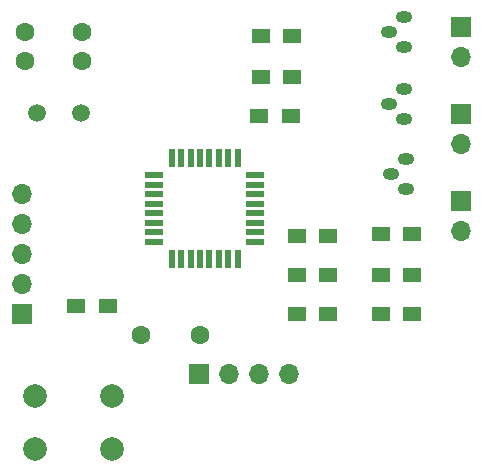
<source format=gbr>
G04 #@! TF.FileFunction,Soldermask,Bot*
%FSLAX46Y46*%
G04 Gerber Fmt 4.6, Leading zero omitted, Abs format (unit mm)*
G04 Created by KiCad (PCBNEW 4.0.7) date Fri Feb  9 23:36:38 2018*
%MOMM*%
%LPD*%
G01*
G04 APERTURE LIST*
%ADD10C,0.150000*%
%ADD11C,1.600000*%
%ADD12R,1.500000X1.300000*%
%ADD13R,1.700000X1.700000*%
%ADD14O,1.700000X1.700000*%
%ADD15O,1.400000X1.000000*%
%ADD16C,2.000000*%
%ADD17R,1.600000X0.550000*%
%ADD18R,0.550000X1.600000*%
%ADD19C,1.500000*%
G04 APERTURE END LIST*
D10*
D11*
X104521000Y-64262000D03*
X99521000Y-64262000D03*
X89662000Y-38608000D03*
X89662000Y-41108000D03*
X94488000Y-38608000D03*
X94488000Y-41108000D03*
D12*
X122508000Y-55753000D03*
X119808000Y-55753000D03*
X122508000Y-59182000D03*
X119808000Y-59182000D03*
X122508000Y-62484000D03*
X119808000Y-62484000D03*
D13*
X104394000Y-67564000D03*
D14*
X106934000Y-67564000D03*
X109474000Y-67564000D03*
X112014000Y-67564000D03*
D13*
X89408000Y-62484000D03*
D14*
X89408000Y-59944000D03*
X89408000Y-57404000D03*
X89408000Y-54864000D03*
X89408000Y-52324000D03*
D13*
X126619000Y-38227000D03*
D14*
X126619000Y-40767000D03*
D13*
X126619000Y-45593000D03*
D14*
X126619000Y-48133000D03*
D13*
X126619000Y-52959000D03*
D14*
X126619000Y-55499000D03*
D15*
X120523000Y-38608000D03*
X121793000Y-37338000D03*
X121793000Y-39878000D03*
X120523000Y-44704000D03*
X121793000Y-43434000D03*
X121793000Y-45974000D03*
X120650000Y-50673000D03*
X121920000Y-49403000D03*
X121920000Y-51943000D03*
D12*
X94027000Y-61849000D03*
X96727000Y-61849000D03*
X115396000Y-62484000D03*
X112696000Y-62484000D03*
X115396000Y-59182000D03*
X112696000Y-59182000D03*
X115396000Y-55880000D03*
X112696000Y-55880000D03*
X112348000Y-38989000D03*
X109648000Y-38989000D03*
X112348000Y-42418000D03*
X109648000Y-42418000D03*
X112221000Y-45720000D03*
X109521000Y-45720000D03*
D16*
X97028000Y-69414000D03*
X97028000Y-73914000D03*
X90528000Y-69414000D03*
X90528000Y-73914000D03*
D17*
X100663905Y-56357000D03*
X100663905Y-55557000D03*
X100663905Y-54757000D03*
X100663905Y-53957000D03*
X100663905Y-53157000D03*
X100663905Y-52357000D03*
X100663905Y-51557000D03*
X100663905Y-50757000D03*
D18*
X102113905Y-49307000D03*
X102913905Y-49307000D03*
X103713905Y-49307000D03*
X104513905Y-49307000D03*
X105313905Y-49307000D03*
X106113905Y-49307000D03*
X106913905Y-49307000D03*
X107713905Y-49307000D03*
D17*
X109163905Y-50757000D03*
X109163905Y-51557000D03*
X109163905Y-52357000D03*
X109163905Y-53157000D03*
X109163905Y-53957000D03*
X109163905Y-54757000D03*
X109163905Y-55557000D03*
X109163905Y-56357000D03*
D18*
X107713905Y-57807000D03*
X106913905Y-57807000D03*
X106113905Y-57807000D03*
X105313905Y-57807000D03*
X104513905Y-57807000D03*
X103713905Y-57807000D03*
X102913905Y-57807000D03*
X102113905Y-57807000D03*
D19*
X90678000Y-45466000D03*
X94478000Y-45466000D03*
M02*

</source>
